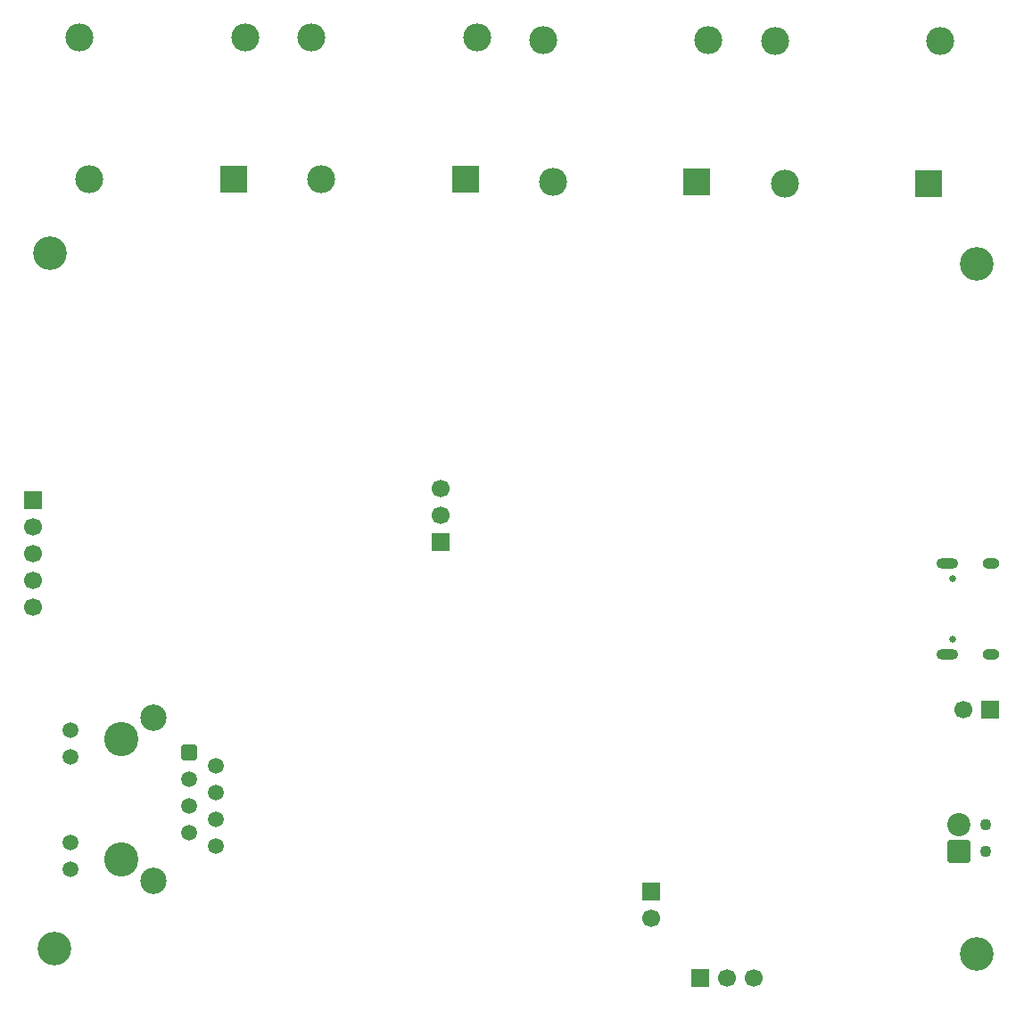
<source format=gbr>
%TF.GenerationSoftware,KiCad,Pcbnew,9.0.4*%
%TF.CreationDate,2025-10-09T14:55:44-07:00*%
%TF.ProjectId,ThermoBoard,54686572-6d6f-4426-9f61-72642e6b6963,1A*%
%TF.SameCoordinates,Original*%
%TF.FileFunction,Soldermask,Bot*%
%TF.FilePolarity,Negative*%
%FSLAX46Y46*%
G04 Gerber Fmt 4.6, Leading zero omitted, Abs format (unit mm)*
G04 Created by KiCad (PCBNEW 9.0.4) date 2025-10-09 14:55:44*
%MOMM*%
%LPD*%
G01*
G04 APERTURE LIST*
G04 Aperture macros list*
%AMRoundRect*
0 Rectangle with rounded corners*
0 $1 Rounding radius*
0 $2 $3 $4 $5 $6 $7 $8 $9 X,Y pos of 4 corners*
0 Add a 4 corners polygon primitive as box body*
4,1,4,$2,$3,$4,$5,$6,$7,$8,$9,$2,$3,0*
0 Add four circle primitives for the rounded corners*
1,1,$1+$1,$2,$3*
1,1,$1+$1,$4,$5*
1,1,$1+$1,$6,$7*
1,1,$1+$1,$8,$9*
0 Add four rect primitives between the rounded corners*
20,1,$1+$1,$2,$3,$4,$5,0*
20,1,$1+$1,$4,$5,$6,$7,0*
20,1,$1+$1,$6,$7,$8,$9,0*
20,1,$1+$1,$8,$9,$2,$3,0*%
G04 Aperture macros list end*
%ADD10R,2.655000X2.655000*%
%ADD11C,2.655000*%
%ADD12R,1.700000X1.700000*%
%ADD13C,1.700000*%
%ADD14C,0.650000*%
%ADD15O,2.100000X1.000000*%
%ADD16O,1.600000X1.000000*%
%ADD17C,3.250000*%
%ADD18RoundRect,0.250500X-0.499500X0.499500X-0.499500X-0.499500X0.499500X-0.499500X0.499500X0.499500X0*%
%ADD19C,1.500000*%
%ADD20C,2.500000*%
%ADD21C,3.200000*%
%ADD22C,1.100000*%
%ADD23RoundRect,0.249999X0.850001X-0.850001X0.850001X0.850001X-0.850001X0.850001X-0.850001X-0.850001X0*%
%ADD24C,2.200000*%
G04 APERTURE END LIST*
D10*
%TO.C,J107*%
X43961500Y-19000000D03*
D11*
X30261500Y-19000000D03*
X45061500Y-5500000D03*
X29361500Y-5500000D03*
%TD*%
D12*
%TO.C,JP400*%
X61629000Y-86615000D03*
D13*
X61629000Y-89155000D03*
%TD*%
D12*
%TO.C,J101*%
X41661500Y-53390000D03*
D13*
X41661500Y-50850000D03*
X41661500Y-48310000D03*
%TD*%
D14*
%TO.C,J104*%
X90245000Y-62640000D03*
X90245000Y-56860000D03*
D15*
X89715000Y-64070000D03*
D16*
X93895000Y-64070000D03*
D15*
X89715000Y-55430000D03*
D16*
X93895000Y-55430000D03*
%TD*%
D17*
%TO.C,J200*%
X11347000Y-72159000D03*
X11347000Y-83589000D03*
D18*
X17707000Y-73434000D03*
D19*
X20247000Y-74694000D03*
X17707000Y-75974000D03*
X20247000Y-77234000D03*
X17707000Y-78514000D03*
X20247000Y-79774000D03*
X17707000Y-81054000D03*
X20247000Y-82314000D03*
X6447000Y-71249000D03*
X6447000Y-73789000D03*
X6447000Y-81959000D03*
X6447000Y-84499000D03*
D20*
X14397000Y-70129000D03*
X14397000Y-85619000D03*
%TD*%
D10*
%TO.C,J108*%
X21961500Y-19000000D03*
D11*
X8261500Y-19000000D03*
X23061500Y-5500000D03*
X7361500Y-5500000D03*
%TD*%
D12*
%TO.C,J100*%
X2961500Y-49460000D03*
D13*
X2961500Y-52000000D03*
X2961500Y-54540000D03*
X2961500Y-57080000D03*
X2961500Y-59620000D03*
%TD*%
D21*
%TO.C,H1*%
X4500000Y-26000000D03*
%TD*%
D10*
%TO.C,J106*%
X65948000Y-19250000D03*
D11*
X52248000Y-19250000D03*
X67048000Y-5750000D03*
X51348000Y-5750000D03*
%TD*%
D21*
%TO.C,H2*%
X92500000Y-27000000D03*
%TD*%
%TO.C,H4*%
X4996966Y-92050034D03*
%TD*%
%TO.C,H3*%
X92500000Y-92550000D03*
%TD*%
D22*
%TO.C,J103*%
X93340000Y-82829596D03*
X93340000Y-80289596D03*
D23*
X90800000Y-82829596D03*
D24*
X90800000Y-80289596D03*
%TD*%
D12*
%TO.C,JP100*%
X93790000Y-69300000D03*
D13*
X91250000Y-69300000D03*
%TD*%
D12*
%TO.C,J102*%
X66239000Y-94815000D03*
D13*
X68779000Y-94815000D03*
X71319000Y-94815000D03*
%TD*%
D10*
%TO.C,J105*%
X87961500Y-19361000D03*
D11*
X74261500Y-19361000D03*
X89061500Y-5861000D03*
X73361500Y-5861000D03*
%TD*%
M02*

</source>
